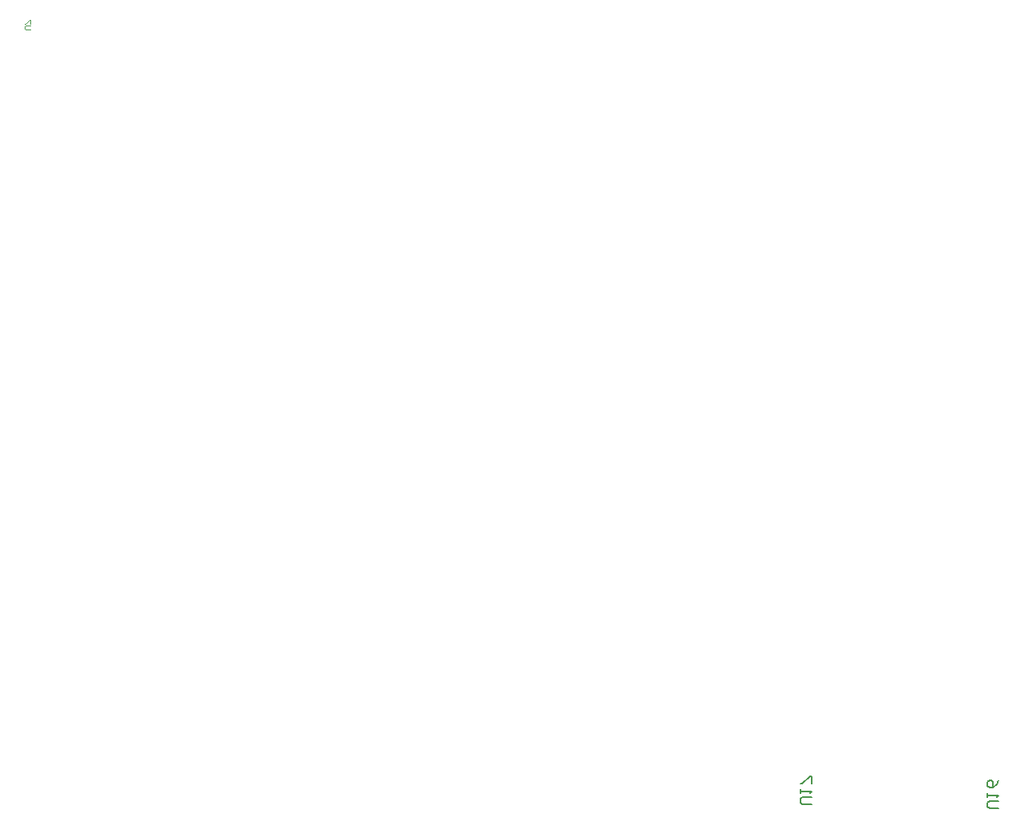
<source format=gbr>
%TF.GenerationSoftware,Altium Limited,Altium Designer,24.10.1 (45)*%
G04 Layer_Color=16711935*
%FSLAX43Y43*%
%MOMM*%
%TF.SameCoordinates,766D9AF5-BA92-4156-BEB6-FD46E2A8267A*%
%TF.FilePolarity,Positive*%
%TF.FileFunction,Other,Mechanical_1*%
%TF.Part,Single*%
G01*
G75*
%TA.AperFunction,NonConductor*%
%ADD100C,0.100*%
%ADD102C,0.150*%
D100*
X7986Y108612D02*
X7486D01*
X7386Y108712D01*
Y108912D01*
X7486Y109012D01*
X7986D01*
Y109212D02*
Y109612D01*
X7886D01*
X7486Y109212D01*
X7386D01*
D102*
X90867Y26358D02*
X89867D01*
X89667Y26558D01*
Y26958D01*
X89867Y27158D01*
X90867D01*
X89667Y27558D02*
Y27957D01*
Y27758D01*
X90867D01*
X90667Y27558D01*
X90867Y28557D02*
Y29357D01*
X90667D01*
X89867Y28557D01*
X89667D01*
X110694Y25929D02*
X109694D01*
X109494Y26129D01*
Y26529D01*
X109694Y26729D01*
X110694D01*
X109494Y27129D02*
Y27528D01*
Y27329D01*
X110694D01*
X110494Y27129D01*
X110694Y28928D02*
X110494Y28528D01*
X110094Y28128D01*
X109694D01*
X109494Y28328D01*
Y28728D01*
X109694Y28928D01*
X109894D01*
X110094Y28728D01*
Y28128D01*
%TF.MD5,20970aedd3693039a6a40d0e9b29e9ad*%
M02*

</source>
